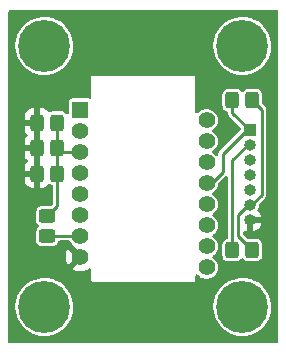
<source format=gbr>
G04 #@! TF.GenerationSoftware,KiCad,Pcbnew,(5.99.0-8366-gd64f1b3b25)*
G04 #@! TF.CreationDate,2021-01-13T01:42:34+02:00*
G04 #@! TF.ProjectId,board,626f6172-642e-46b6-9963-61645f706362,1.0.0*
G04 #@! TF.SameCoordinates,Original*
G04 #@! TF.FileFunction,Copper,L1,Top*
G04 #@! TF.FilePolarity,Positive*
%FSLAX46Y46*%
G04 Gerber Fmt 4.6, Leading zero omitted, Abs format (unit mm)*
G04 Created by KiCad (PCBNEW (5.99.0-8366-gd64f1b3b25)) date 2021-01-13 01:42:34*
%MOMM*%
%LPD*%
G01*
G04 APERTURE LIST*
G04 Aperture macros list*
%AMRoundRect*
0 Rectangle with rounded corners*
0 $1 Rounding radius*
0 $2 $3 $4 $5 $6 $7 $8 $9 X,Y pos of 4 corners*
0 Add a 4 corners polygon primitive as box body*
4,1,4,$2,$3,$4,$5,$6,$7,$8,$9,$2,$3,0*
0 Add four circle primitives for the rounded corners*
1,1,$1+$1,$2,$3*
1,1,$1+$1,$4,$5*
1,1,$1+$1,$6,$7*
1,1,$1+$1,$8,$9*
0 Add four rect primitives between the rounded corners*
20,1,$1+$1,$2,$3,$4,$5,0*
20,1,$1+$1,$4,$5,$6,$7,0*
20,1,$1+$1,$6,$7,$8,$9,0*
20,1,$1+$1,$8,$9,$2,$3,0*%
G04 Aperture macros list end*
G04 #@! TA.AperFunction,SMDPad,CuDef*
%ADD10RoundRect,0.250000X-0.325000X-0.450000X0.325000X-0.450000X0.325000X0.450000X-0.325000X0.450000X0*%
G04 #@! TD*
G04 #@! TA.AperFunction,SMDPad,CuDef*
%ADD11RoundRect,0.250000X0.325000X0.450000X-0.325000X0.450000X-0.325000X-0.450000X0.325000X-0.450000X0*%
G04 #@! TD*
G04 #@! TA.AperFunction,SMDPad,CuDef*
%ADD12RoundRect,0.250000X-0.450000X0.325000X-0.450000X-0.325000X0.450000X-0.325000X0.450000X0.325000X0*%
G04 #@! TD*
G04 #@! TA.AperFunction,ComponentPad*
%ADD13C,0.700000*%
G04 #@! TD*
G04 #@! TA.AperFunction,ComponentPad*
%ADD14C,4.400000*%
G04 #@! TD*
G04 #@! TA.AperFunction,ComponentPad*
%ADD15R,1.000000X1.000000*%
G04 #@! TD*
G04 #@! TA.AperFunction,ComponentPad*
%ADD16O,1.000000X1.000000*%
G04 #@! TD*
G04 #@! TA.AperFunction,ComponentPad*
%ADD17R,1.400000X1.400000*%
G04 #@! TD*
G04 #@! TA.AperFunction,ComponentPad*
%ADD18C,1.400000*%
G04 #@! TD*
G04 #@! TA.AperFunction,Conductor*
%ADD19C,0.254000*%
G04 #@! TD*
G04 APERTURE END LIST*
D10*
X135294000Y-54864000D03*
X136994000Y-54864000D03*
D11*
X120484000Y-61087000D03*
X118784000Y-61087000D03*
X120484000Y-58928000D03*
X118784000Y-58928000D03*
D12*
X119634000Y-64682000D03*
X119634000Y-66382000D03*
D10*
X118784000Y-56769000D03*
X120484000Y-56769000D03*
X135294000Y-67564000D03*
X136994000Y-67564000D03*
D13*
X118213274Y-71223274D03*
X119380000Y-74040000D03*
X120546726Y-71223274D03*
X118213274Y-73556726D03*
X117730000Y-72390000D03*
X121030000Y-72390000D03*
D14*
X119380000Y-72390000D03*
D13*
X119380000Y-70740000D03*
X120546726Y-73556726D03*
X136144000Y-74040000D03*
D14*
X136144000Y-72390000D03*
D13*
X136144000Y-70740000D03*
X137310726Y-71223274D03*
X134977274Y-73556726D03*
X134977274Y-71223274D03*
X134494000Y-72390000D03*
X137794000Y-72390000D03*
X137310726Y-73556726D03*
D15*
X136779000Y-57404000D03*
D16*
X136779000Y-58674000D03*
X136779000Y-59944000D03*
X136779000Y-61214000D03*
X136779000Y-62484000D03*
X136779000Y-63754000D03*
X136779000Y-65024000D03*
D13*
X121030000Y-50292000D03*
X119380000Y-51942000D03*
X118213274Y-49125274D03*
X117730000Y-50292000D03*
X120546726Y-51458726D03*
X118213274Y-51458726D03*
D14*
X119380000Y-50292000D03*
D13*
X120546726Y-49125274D03*
X119380000Y-48642000D03*
D17*
X122412000Y-55681000D03*
D18*
X122412000Y-57461000D03*
X122412000Y-59241000D03*
X122412000Y-61021000D03*
X122412000Y-62801000D03*
X122412000Y-64581000D03*
X122412000Y-66361000D03*
X122412000Y-68141000D03*
X133112000Y-69031000D03*
X133112000Y-67251000D03*
X133112000Y-65471000D03*
X133112000Y-63691000D03*
X133112000Y-61911000D03*
X133112000Y-60131000D03*
X133112000Y-58351000D03*
X133112000Y-56571000D03*
D13*
X136144000Y-51942000D03*
X134494000Y-50292000D03*
X137794000Y-50292000D03*
X137310726Y-51458726D03*
D14*
X136144000Y-50292000D03*
D13*
X136144000Y-48642000D03*
X137310726Y-49125274D03*
X134977274Y-51458726D03*
X134977274Y-49125274D03*
D19*
X122412000Y-66361000D02*
X119655000Y-66361000D01*
X119655000Y-66361000D02*
X119634000Y-66382000D01*
X120484000Y-56769000D02*
X120484000Y-58928000D01*
X120484000Y-61087000D02*
X120484000Y-63832000D01*
X122412000Y-59241000D02*
X120797000Y-59241000D01*
X120484000Y-61087000D02*
X120484000Y-58928000D01*
X120797000Y-59241000D02*
X120484000Y-58928000D01*
X120484000Y-63832000D02*
X119634000Y-64682000D01*
X136588500Y-58674000D02*
X135294000Y-59968500D01*
X136779000Y-58674000D02*
X136588500Y-58674000D01*
X135294000Y-59968500D02*
X135294000Y-67564000D01*
X133542000Y-61911000D02*
X133112000Y-61911000D01*
X136525000Y-57404000D02*
X134493000Y-59436000D01*
X135294000Y-54864000D02*
X135294000Y-55919000D01*
X135294000Y-55919000D02*
X136779000Y-57404000D01*
X136779000Y-57404000D02*
X136525000Y-57404000D01*
X134493000Y-60960000D02*
X133542000Y-61911000D01*
X134493000Y-59436000D02*
X134493000Y-60960000D01*
X136779000Y-63754000D02*
X136620250Y-63754000D01*
X136994000Y-54864000D02*
X137795000Y-55665000D01*
X137795000Y-62865000D02*
X136906000Y-63754000D01*
X136620250Y-63754000D02*
X135802020Y-64572230D01*
X136906000Y-63754000D02*
X136779000Y-63754000D01*
X137795000Y-55665000D02*
X137795000Y-62865000D01*
X135802020Y-66372020D02*
X136994000Y-67564000D01*
X135802020Y-64572230D02*
X135802020Y-66372020D01*
G04 #@! TA.AperFunction,Conductor*
G36*
X139134121Y-47264002D02*
G01*
X139180614Y-47317658D01*
X139192000Y-47370000D01*
X139192000Y-75312000D01*
X139171998Y-75380121D01*
X139118342Y-75426614D01*
X139066000Y-75438000D01*
X116458000Y-75438000D01*
X116389879Y-75417998D01*
X116343386Y-75364342D01*
X116332000Y-75312000D01*
X116332000Y-72497282D01*
X116922841Y-72497282D01*
X116956389Y-72808630D01*
X117029227Y-73113192D01*
X117140174Y-73406030D01*
X117287430Y-73682398D01*
X117468610Y-73937814D01*
X117680775Y-74168138D01*
X117920486Y-74369636D01*
X117923860Y-74371806D01*
X117923861Y-74371807D01*
X118180489Y-74536876D01*
X118183858Y-74539043D01*
X118352025Y-74619074D01*
X118462551Y-74671674D01*
X118466621Y-74673611D01*
X118764190Y-74771159D01*
X118768116Y-74771912D01*
X118768122Y-74771913D01*
X118910077Y-74799120D01*
X119071743Y-74830106D01*
X119075742Y-74830354D01*
X119075749Y-74830355D01*
X119380279Y-74849247D01*
X119384293Y-74849496D01*
X119696773Y-74829015D01*
X119700712Y-74828246D01*
X119700718Y-74828245D01*
X120000183Y-74769764D01*
X120000191Y-74769762D01*
X120004118Y-74768995D01*
X120301345Y-74670409D01*
X120583636Y-74534854D01*
X120846415Y-74364530D01*
X121085422Y-74162195D01*
X121211638Y-74024213D01*
X121294070Y-73934097D01*
X121294071Y-73934095D01*
X121296782Y-73931132D01*
X121477068Y-73675085D01*
X121623359Y-73398206D01*
X121733283Y-73104982D01*
X121805057Y-72800168D01*
X121836625Y-72497282D01*
X133686841Y-72497282D01*
X133720389Y-72808630D01*
X133793227Y-73113192D01*
X133904174Y-73406030D01*
X134051430Y-73682398D01*
X134232610Y-73937814D01*
X134444775Y-74168138D01*
X134684486Y-74369636D01*
X134687860Y-74371806D01*
X134687861Y-74371807D01*
X134944489Y-74536876D01*
X134947858Y-74539043D01*
X135116025Y-74619074D01*
X135226551Y-74671674D01*
X135230621Y-74673611D01*
X135528190Y-74771159D01*
X135532116Y-74771912D01*
X135532122Y-74771913D01*
X135674077Y-74799120D01*
X135835743Y-74830106D01*
X135839742Y-74830354D01*
X135839749Y-74830355D01*
X136144279Y-74849247D01*
X136148293Y-74849496D01*
X136460773Y-74829015D01*
X136464712Y-74828246D01*
X136464718Y-74828245D01*
X136764183Y-74769764D01*
X136764191Y-74769762D01*
X136768118Y-74768995D01*
X137065345Y-74670409D01*
X137347636Y-74534854D01*
X137610415Y-74364530D01*
X137849422Y-74162195D01*
X137975638Y-74024213D01*
X138058070Y-73934097D01*
X138058071Y-73934095D01*
X138060782Y-73931132D01*
X138241068Y-73675085D01*
X138387359Y-73398206D01*
X138497283Y-73104982D01*
X138569057Y-72800168D01*
X138601519Y-72488704D01*
X138603500Y-72390000D01*
X138590371Y-72184194D01*
X138583820Y-72081494D01*
X138583819Y-72081490D01*
X138583564Y-72077485D01*
X138524081Y-71770035D01*
X138426013Y-71472637D01*
X138338030Y-71288589D01*
X138292688Y-71193740D01*
X138292686Y-71193737D01*
X138290952Y-71190109D01*
X138179916Y-71018144D01*
X138123260Y-70930399D01*
X138123255Y-70930393D01*
X138121086Y-70927033D01*
X137919169Y-70687674D01*
X137766954Y-70547950D01*
X137691433Y-70478626D01*
X137691431Y-70478624D01*
X137688475Y-70475911D01*
X137432743Y-70295178D01*
X137156120Y-70148404D01*
X137152363Y-70146988D01*
X136866849Y-70039385D01*
X136866843Y-70039383D01*
X136863088Y-70037968D01*
X136801710Y-70023402D01*
X136562316Y-69966591D01*
X136562311Y-69966590D01*
X136558400Y-69965662D01*
X136246993Y-69932657D01*
X136242992Y-69932744D01*
X136242985Y-69932744D01*
X135937934Y-69939401D01*
X135937929Y-69939401D01*
X135933917Y-69939489D01*
X135929946Y-69940086D01*
X135628217Y-69985449D01*
X135628215Y-69985449D01*
X135624247Y-69986046D01*
X135620389Y-69987141D01*
X135620386Y-69987142D01*
X135613828Y-69989004D01*
X135323002Y-70071573D01*
X135035067Y-70194685D01*
X135031613Y-70196715D01*
X135031606Y-70196719D01*
X134878396Y-70286787D01*
X134765108Y-70353386D01*
X134517503Y-70545102D01*
X134296266Y-70766726D01*
X134293812Y-70769907D01*
X134293811Y-70769908D01*
X134172590Y-70927033D01*
X134104982Y-71014665D01*
X134102945Y-71018144D01*
X134004232Y-71186734D01*
X133946753Y-71284900D01*
X133824144Y-71573050D01*
X133739142Y-71874443D01*
X133693126Y-72184194D01*
X133693046Y-72188203D01*
X133693045Y-72188209D01*
X133688942Y-72392639D01*
X133686841Y-72497282D01*
X121836625Y-72497282D01*
X121837519Y-72488704D01*
X121839500Y-72390000D01*
X121826371Y-72184194D01*
X121819820Y-72081494D01*
X121819819Y-72081490D01*
X121819564Y-72077485D01*
X121760081Y-71770035D01*
X121662013Y-71472637D01*
X121574030Y-71288589D01*
X121528688Y-71193740D01*
X121528686Y-71193737D01*
X121526952Y-71190109D01*
X121415916Y-71018144D01*
X121359260Y-70930399D01*
X121359255Y-70930393D01*
X121357086Y-70927033D01*
X121155169Y-70687674D01*
X121002954Y-70547950D01*
X120927433Y-70478626D01*
X120927431Y-70478624D01*
X120924475Y-70475911D01*
X120668743Y-70295178D01*
X120392120Y-70148404D01*
X120388363Y-70146988D01*
X120102849Y-70039385D01*
X120102843Y-70039383D01*
X120099088Y-70037968D01*
X120037710Y-70023402D01*
X119798316Y-69966591D01*
X119798311Y-69966590D01*
X119794400Y-69965662D01*
X119482993Y-69932657D01*
X119478992Y-69932744D01*
X119478985Y-69932744D01*
X119173934Y-69939401D01*
X119173929Y-69939401D01*
X119169917Y-69939489D01*
X119165946Y-69940086D01*
X118864217Y-69985449D01*
X118864215Y-69985449D01*
X118860247Y-69986046D01*
X118856389Y-69987141D01*
X118856386Y-69987142D01*
X118849828Y-69989004D01*
X118559002Y-70071573D01*
X118271067Y-70194685D01*
X118267613Y-70196715D01*
X118267606Y-70196719D01*
X118114396Y-70286787D01*
X118001108Y-70353386D01*
X117753503Y-70545102D01*
X117532266Y-70766726D01*
X117529812Y-70769907D01*
X117529811Y-70769908D01*
X117408590Y-70927033D01*
X117340982Y-71014665D01*
X117338945Y-71018144D01*
X117240232Y-71186734D01*
X117182753Y-71284900D01*
X117060144Y-71573050D01*
X116975142Y-71874443D01*
X116929126Y-72184194D01*
X116929046Y-72188203D01*
X116929045Y-72188209D01*
X116924942Y-72392639D01*
X116922841Y-72497282D01*
X116332000Y-72497282D01*
X116332000Y-68211559D01*
X121201541Y-68211559D01*
X121202243Y-68222711D01*
X121233165Y-68424795D01*
X121235831Y-68435648D01*
X121302050Y-68629060D01*
X121306601Y-68639280D01*
X121386435Y-68782714D01*
X121396487Y-68792605D01*
X121404091Y-68789699D01*
X122039978Y-68153812D01*
X122047592Y-68139868D01*
X122047461Y-68138035D01*
X122043210Y-68131420D01*
X121409897Y-67498107D01*
X121397517Y-67491347D01*
X121389545Y-67497315D01*
X121334194Y-67585551D01*
X121329114Y-67595521D01*
X121252864Y-67785198D01*
X121249633Y-67795898D01*
X121208177Y-67996084D01*
X121206892Y-68007191D01*
X121201541Y-68211559D01*
X116332000Y-68211559D01*
X116332000Y-64289712D01*
X118679500Y-64289712D01*
X118679500Y-65041914D01*
X118694979Y-65150000D01*
X118698696Y-65158176D01*
X118698697Y-65158178D01*
X118716586Y-65197522D01*
X118754771Y-65281504D01*
X118849067Y-65390941D01*
X118899951Y-65423922D01*
X118946232Y-65477755D01*
X118956063Y-65548068D01*
X118926319Y-65612533D01*
X118909125Y-65627341D01*
X118909496Y-65627771D01*
X118800059Y-65722067D01*
X118721487Y-65843289D01*
X118680096Y-65981691D01*
X118679500Y-65989712D01*
X118679500Y-66741914D01*
X118683982Y-66773208D01*
X118693475Y-66839496D01*
X118694979Y-66850000D01*
X118698696Y-66858176D01*
X118698697Y-66858178D01*
X118714417Y-66892751D01*
X118754771Y-66981504D01*
X118849067Y-67090941D01*
X118970289Y-67169513D01*
X119011565Y-67181857D01*
X119102150Y-67208948D01*
X119102152Y-67208948D01*
X119108691Y-67210904D01*
X119116712Y-67211500D01*
X120118914Y-67211500D01*
X120161403Y-67205415D01*
X120218107Y-67197295D01*
X120218110Y-67197294D01*
X120227000Y-67196021D01*
X120235176Y-67192304D01*
X120235178Y-67192303D01*
X120285301Y-67169513D01*
X120358504Y-67136229D01*
X120467941Y-67041933D01*
X120546513Y-66920711D01*
X120572924Y-66832397D01*
X120611605Y-66772865D01*
X120676333Y-66743694D01*
X120693641Y-66742500D01*
X121453513Y-66742500D01*
X121521634Y-66762502D01*
X121563952Y-66812688D01*
X121565615Y-66811774D01*
X121568689Y-66817366D01*
X121571184Y-66823243D01*
X121681304Y-66982871D01*
X121685908Y-66987286D01*
X121720371Y-67020335D01*
X121755694Y-67081921D01*
X121758938Y-67118776D01*
X121758713Y-67122555D01*
X121766094Y-67135884D01*
X122682115Y-68051905D01*
X122716141Y-68114217D01*
X122711076Y-68185032D01*
X122682115Y-68230095D01*
X121768300Y-69143910D01*
X121761540Y-69156290D01*
X121766821Y-69163344D01*
X121890683Y-69235723D01*
X121900801Y-69240484D01*
X122092788Y-69310742D01*
X122103573Y-69313632D01*
X122304975Y-69348782D01*
X122316109Y-69349717D01*
X122520538Y-69348646D01*
X122531673Y-69347594D01*
X122732680Y-69310339D01*
X122743451Y-69307332D01*
X122934689Y-69235069D01*
X122944749Y-69230206D01*
X123120173Y-69125217D01*
X123129209Y-69118653D01*
X123153171Y-69097749D01*
X123217653Y-69068041D01*
X123287960Y-69077911D01*
X123341770Y-69124225D01*
X123362000Y-69192698D01*
X123362000Y-70176388D01*
X123362139Y-70176816D01*
X123362139Y-70193447D01*
X123371914Y-70206901D01*
X123371579Y-70207144D01*
X123372169Y-70207685D01*
X123377053Y-70222717D01*
X123389339Y-70231643D01*
X123389340Y-70231644D01*
X123390508Y-70232492D01*
X123390265Y-70232827D01*
X123390993Y-70233160D01*
X123400283Y-70245947D01*
X123414726Y-70250640D01*
X123416099Y-70251086D01*
X123415972Y-70251477D01*
X123416762Y-70251568D01*
X123429553Y-70260861D01*
X123445734Y-70260861D01*
X123446328Y-70260908D01*
X123446612Y-70261000D01*
X132077388Y-70261000D01*
X132077816Y-70260861D01*
X132094447Y-70260861D01*
X132107901Y-70251086D01*
X132108144Y-70251421D01*
X132108685Y-70250831D01*
X132123717Y-70245947D01*
X132132643Y-70233661D01*
X132132644Y-70233660D01*
X132133492Y-70232492D01*
X132133827Y-70232735D01*
X132134160Y-70232007D01*
X132146947Y-70222717D01*
X132152086Y-70206901D01*
X132152477Y-70207028D01*
X132152568Y-70206238D01*
X132161861Y-70193447D01*
X132161861Y-70177266D01*
X132161908Y-70176672D01*
X132162000Y-70176388D01*
X132162000Y-69736652D01*
X132182002Y-69668531D01*
X132235658Y-69622038D01*
X132305932Y-69611934D01*
X132370512Y-69641428D01*
X132380045Y-69651046D01*
X132381304Y-69652871D01*
X132521273Y-69787096D01*
X132592272Y-69831806D01*
X132679965Y-69887030D01*
X132679969Y-69887032D01*
X132685373Y-69890435D01*
X132866900Y-69958667D01*
X132873204Y-69959665D01*
X132873206Y-69959666D01*
X132962669Y-69973835D01*
X133058439Y-69989004D01*
X133252167Y-69980207D01*
X133258352Y-69978642D01*
X133433980Y-69934201D01*
X133433982Y-69934200D01*
X133440168Y-69932635D01*
X133527463Y-69890435D01*
X133609016Y-69851011D01*
X133609018Y-69851010D01*
X133614764Y-69848232D01*
X133619833Y-69844356D01*
X133619837Y-69844354D01*
X133709307Y-69775949D01*
X133768823Y-69730445D01*
X133846205Y-69641428D01*
X133891863Y-69588905D01*
X133891864Y-69588903D01*
X133896051Y-69584087D01*
X133991250Y-69415135D01*
X134050533Y-69230491D01*
X134071477Y-69037699D01*
X134071500Y-69031000D01*
X134051902Y-68838066D01*
X133993910Y-68653013D01*
X133899893Y-68483400D01*
X133773690Y-68336157D01*
X133650131Y-68240314D01*
X133608564Y-68182758D01*
X133604713Y-68111866D01*
X133639801Y-68050146D01*
X133650828Y-68040659D01*
X133694602Y-68007191D01*
X133768823Y-67950445D01*
X133846205Y-67861428D01*
X133891863Y-67808905D01*
X133891864Y-67808903D01*
X133896051Y-67804087D01*
X133991250Y-67635135D01*
X134050533Y-67450491D01*
X134071477Y-67257699D01*
X134071500Y-67251000D01*
X134067229Y-67208948D01*
X134052547Y-67064415D01*
X134052547Y-67064414D01*
X134051902Y-67058066D01*
X133993910Y-66873013D01*
X133899893Y-66703400D01*
X133773690Y-66556157D01*
X133650131Y-66460314D01*
X133608564Y-66402758D01*
X133604713Y-66331866D01*
X133639801Y-66270146D01*
X133650828Y-66260659D01*
X133690283Y-66230493D01*
X133768823Y-66170445D01*
X133846205Y-66081428D01*
X133891863Y-66028905D01*
X133891864Y-66028903D01*
X133896051Y-66024087D01*
X133991250Y-65855135D01*
X134050533Y-65670491D01*
X134071477Y-65477699D01*
X134071500Y-65471000D01*
X134066056Y-65417400D01*
X134052547Y-65284415D01*
X134052547Y-65284414D01*
X134051902Y-65278066D01*
X133993910Y-65093013D01*
X133899893Y-64923400D01*
X133773690Y-64776157D01*
X133650131Y-64680314D01*
X133608564Y-64622758D01*
X133604713Y-64551866D01*
X133639801Y-64490146D01*
X133650828Y-64480659D01*
X133690283Y-64450493D01*
X133768823Y-64390445D01*
X133860473Y-64285015D01*
X133891863Y-64248905D01*
X133891864Y-64248903D01*
X133896051Y-64244087D01*
X133991250Y-64075135D01*
X134050533Y-63890491D01*
X134071477Y-63697699D01*
X134071500Y-63691000D01*
X134068486Y-63661322D01*
X134052547Y-63504415D01*
X134052547Y-63504414D01*
X134051902Y-63498066D01*
X133993910Y-63313013D01*
X133899893Y-63143400D01*
X133773690Y-62996157D01*
X133650131Y-62900314D01*
X133608564Y-62842758D01*
X133604713Y-62771866D01*
X133639801Y-62710146D01*
X133650828Y-62700659D01*
X133690283Y-62670493D01*
X133768823Y-62610445D01*
X133860473Y-62505015D01*
X133891863Y-62468905D01*
X133891864Y-62468903D01*
X133896051Y-62464087D01*
X133991250Y-62295135D01*
X134050533Y-62110491D01*
X134066277Y-61965565D01*
X134093519Y-61900003D01*
X134102445Y-61890078D01*
X134697405Y-61295118D01*
X134759717Y-61261092D01*
X134830532Y-61266157D01*
X134887368Y-61308704D01*
X134912179Y-61375224D01*
X134912500Y-61384213D01*
X134912500Y-66506579D01*
X134892498Y-66574700D01*
X134838842Y-66621193D01*
X134830346Y-66624357D01*
X134826000Y-66624979D01*
X134694496Y-66684771D01*
X134585059Y-66779067D01*
X134506487Y-66900289D01*
X134483299Y-66977825D01*
X134470586Y-67020335D01*
X134465096Y-67038691D01*
X134464500Y-67046712D01*
X134464500Y-68048914D01*
X134469136Y-68081288D01*
X134477526Y-68139868D01*
X134479979Y-68157000D01*
X134483696Y-68165176D01*
X134483697Y-68165178D01*
X134504589Y-68211126D01*
X134539771Y-68288504D01*
X134634067Y-68397941D01*
X134755289Y-68476513D01*
X134831494Y-68499303D01*
X134887150Y-68515948D01*
X134887152Y-68515948D01*
X134893691Y-68517904D01*
X134901712Y-68518500D01*
X135653914Y-68518500D01*
X135696403Y-68512415D01*
X135753107Y-68504295D01*
X135753110Y-68504294D01*
X135762000Y-68503021D01*
X135770176Y-68499304D01*
X135770178Y-68499303D01*
X135820301Y-68476513D01*
X135893504Y-68443229D01*
X136002941Y-68348933D01*
X136035922Y-68298049D01*
X136089755Y-68251768D01*
X136160068Y-68241937D01*
X136224533Y-68271681D01*
X136239341Y-68288875D01*
X136239771Y-68288504D01*
X136334067Y-68397941D01*
X136455289Y-68476513D01*
X136531494Y-68499303D01*
X136587150Y-68515948D01*
X136587152Y-68515948D01*
X136593691Y-68517904D01*
X136601712Y-68518500D01*
X137353914Y-68518500D01*
X137396403Y-68512415D01*
X137453107Y-68504295D01*
X137453110Y-68504294D01*
X137462000Y-68503021D01*
X137470176Y-68499304D01*
X137470178Y-68499303D01*
X137520301Y-68476513D01*
X137593504Y-68443229D01*
X137702941Y-68348933D01*
X137781513Y-68227711D01*
X137822904Y-68089309D01*
X137823500Y-68081288D01*
X137823500Y-67079086D01*
X137811403Y-66994613D01*
X137809295Y-66979893D01*
X137809294Y-66979890D01*
X137808021Y-66971000D01*
X137748229Y-66839496D01*
X137738754Y-66828499D01*
X137698954Y-66782309D01*
X137653933Y-66730059D01*
X137532711Y-66651487D01*
X137426279Y-66619657D01*
X137400850Y-66612052D01*
X137400848Y-66612052D01*
X137394309Y-66610096D01*
X137386288Y-66609500D01*
X136634086Y-66609500D01*
X136634086Y-66608007D01*
X136570985Y-66594260D01*
X136542308Y-66572786D01*
X136220424Y-66250901D01*
X136186399Y-66188589D01*
X136183520Y-66161806D01*
X136183520Y-66060890D01*
X136203522Y-65992769D01*
X136257178Y-65946276D01*
X136327452Y-65936172D01*
X136361963Y-65947850D01*
X136362421Y-65946802D01*
X136379306Y-65954179D01*
X136507769Y-65995919D01*
X136521867Y-65996322D01*
X136525000Y-65989950D01*
X136525000Y-65291548D01*
X137033000Y-65291548D01*
X137033000Y-65981691D01*
X137036973Y-65995222D01*
X137045188Y-65996403D01*
X137139390Y-65970101D01*
X137150823Y-65965667D01*
X137316293Y-65882082D01*
X137326652Y-65875508D01*
X137472729Y-65761380D01*
X137481611Y-65752922D01*
X137602739Y-65612594D01*
X137609813Y-65602566D01*
X137701377Y-65441385D01*
X137706367Y-65430176D01*
X137751272Y-65295187D01*
X137751773Y-65281096D01*
X137745585Y-65278000D01*
X137051115Y-65278000D01*
X137035876Y-65282475D01*
X137034671Y-65283865D01*
X137033000Y-65291548D01*
X136525000Y-65291548D01*
X136525000Y-64896000D01*
X136545002Y-64827879D01*
X136598658Y-64781386D01*
X136651000Y-64770000D01*
X137737311Y-64770000D01*
X137750842Y-64766027D01*
X137751934Y-64758433D01*
X137717345Y-64643871D01*
X137712672Y-64632536D01*
X137625643Y-64468856D01*
X137618856Y-64458640D01*
X137501684Y-64314975D01*
X137493055Y-64306285D01*
X137467869Y-64285449D01*
X137428131Y-64226615D01*
X137426509Y-64155637D01*
X137443911Y-64117633D01*
X137448575Y-64110757D01*
X137452685Y-64104698D01*
X137463945Y-64075135D01*
X137502184Y-63974732D01*
X137515294Y-63940311D01*
X137521998Y-63889733D01*
X137537894Y-63769794D01*
X137537894Y-63769792D01*
X137538406Y-63765930D01*
X137538500Y-63754000D01*
X137535853Y-63731299D01*
X137547831Y-63661322D01*
X137571910Y-63627613D01*
X138027393Y-63172130D01*
X138043566Y-63159068D01*
X138046371Y-63156515D01*
X138055119Y-63150867D01*
X138061564Y-63142692D01*
X138061566Y-63142690D01*
X138074596Y-63126161D01*
X138079010Y-63121194D01*
X138078969Y-63121159D01*
X138082328Y-63117195D01*
X138086003Y-63113520D01*
X138091159Y-63106306D01*
X138098242Y-63096394D01*
X138101805Y-63091648D01*
X138127246Y-63059377D01*
X138127248Y-63059374D01*
X138133693Y-63051198D01*
X138136741Y-63042518D01*
X138142088Y-63035036D01*
X138156845Y-62985692D01*
X138158680Y-62980044D01*
X138173119Y-62938930D01*
X138173120Y-62938926D01*
X138175745Y-62931451D01*
X138176500Y-62922733D01*
X138176500Y-62919992D01*
X138176501Y-62919967D01*
X138178453Y-62913441D01*
X138176597Y-62866205D01*
X138176500Y-62861259D01*
X138176500Y-55717845D01*
X138178700Y-55697172D01*
X138178878Y-55693387D01*
X138181070Y-55683207D01*
X138177373Y-55651968D01*
X138176982Y-55645337D01*
X138176928Y-55645341D01*
X138176500Y-55640165D01*
X138176500Y-55634960D01*
X138173046Y-55614206D01*
X138172209Y-55608330D01*
X138167378Y-55567510D01*
X138167378Y-55567509D01*
X138166154Y-55557170D01*
X138162172Y-55548877D01*
X138160662Y-55539806D01*
X138155719Y-55530645D01*
X138155718Y-55530642D01*
X138136202Y-55494474D01*
X138133525Y-55489221D01*
X138111215Y-55442761D01*
X138105585Y-55436062D01*
X138103649Y-55434126D01*
X138103629Y-55434104D01*
X138100395Y-55428111D01*
X138065678Y-55396019D01*
X138062113Y-55392590D01*
X137860405Y-55190882D01*
X137826379Y-55128570D01*
X137823500Y-55101787D01*
X137823500Y-54379086D01*
X137808021Y-54271000D01*
X137748229Y-54139496D01*
X137653933Y-54030059D01*
X137532711Y-53951487D01*
X137435793Y-53922502D01*
X137400850Y-53912052D01*
X137400848Y-53912052D01*
X137394309Y-53910096D01*
X137386288Y-53909500D01*
X136634086Y-53909500D01*
X136591597Y-53915585D01*
X136534893Y-53923705D01*
X136534890Y-53923706D01*
X136526000Y-53924979D01*
X136517824Y-53928696D01*
X136517822Y-53928697D01*
X136473358Y-53948914D01*
X136394496Y-53984771D01*
X136285059Y-54079067D01*
X136252078Y-54129951D01*
X136198245Y-54176232D01*
X136127932Y-54186063D01*
X136063467Y-54156319D01*
X136048659Y-54139125D01*
X136048229Y-54139496D01*
X136002648Y-54086596D01*
X135953933Y-54030059D01*
X135832711Y-53951487D01*
X135735793Y-53922502D01*
X135700850Y-53912052D01*
X135700848Y-53912052D01*
X135694309Y-53910096D01*
X135686288Y-53909500D01*
X134934086Y-53909500D01*
X134891597Y-53915585D01*
X134834893Y-53923705D01*
X134834890Y-53923706D01*
X134826000Y-53924979D01*
X134817824Y-53928696D01*
X134817822Y-53928697D01*
X134773358Y-53948914D01*
X134694496Y-53984771D01*
X134585059Y-54079067D01*
X134506487Y-54200289D01*
X134465096Y-54338691D01*
X134464500Y-54346712D01*
X134464500Y-55348914D01*
X134465136Y-55353353D01*
X134477940Y-55442761D01*
X134479979Y-55457000D01*
X134483696Y-55465176D01*
X134483697Y-55465178D01*
X134504589Y-55511126D01*
X134539771Y-55588504D01*
X134634067Y-55697941D01*
X134755289Y-55776513D01*
X134818985Y-55795562D01*
X134878518Y-55834243D01*
X134908010Y-55901470D01*
X134911627Y-55932031D01*
X134912018Y-55938663D01*
X134912072Y-55938659D01*
X134912500Y-55943835D01*
X134912500Y-55949040D01*
X134913355Y-55954176D01*
X134915954Y-55969794D01*
X134916791Y-55975670D01*
X134922846Y-56026830D01*
X134926828Y-56035123D01*
X134928338Y-56044194D01*
X134933281Y-56053355D01*
X134933282Y-56053358D01*
X134952798Y-56089526D01*
X134955475Y-56094779D01*
X134977785Y-56141239D01*
X134983415Y-56147938D01*
X134985351Y-56149874D01*
X134985371Y-56149896D01*
X134988605Y-56155889D01*
X135022720Y-56187424D01*
X135023321Y-56187980D01*
X135026887Y-56191410D01*
X135982595Y-57147118D01*
X136016621Y-57209430D01*
X136019500Y-57236213D01*
X136019500Y-57317787D01*
X135999498Y-57385908D01*
X135982595Y-57406882D01*
X134260607Y-59128870D01*
X134244434Y-59141932D01*
X134241629Y-59144485D01*
X134232881Y-59150133D01*
X134226436Y-59158308D01*
X134226434Y-59158310D01*
X134213404Y-59174839D01*
X134208991Y-59179805D01*
X134209032Y-59179840D01*
X134205674Y-59183803D01*
X134201997Y-59187480D01*
X134189742Y-59204630D01*
X134186203Y-59209343D01*
X134154307Y-59249802D01*
X134151260Y-59258480D01*
X134145912Y-59265963D01*
X134142928Y-59275941D01*
X134142926Y-59275945D01*
X134131155Y-59315306D01*
X134129320Y-59320954D01*
X134119864Y-59347882D01*
X134112255Y-59369549D01*
X134111500Y-59378267D01*
X134111500Y-59381008D01*
X134111499Y-59381032D01*
X134109547Y-59387559D01*
X134109956Y-59397965D01*
X134111403Y-59434794D01*
X134111500Y-59439741D01*
X134111500Y-59489664D01*
X134091498Y-59557785D01*
X134037842Y-59604278D01*
X133967568Y-59614382D01*
X133902988Y-59584888D01*
X133889832Y-59571662D01*
X133868099Y-59546306D01*
X133773690Y-59436157D01*
X133650131Y-59340314D01*
X133608564Y-59282758D01*
X133604713Y-59211866D01*
X133639801Y-59150146D01*
X133650828Y-59140659D01*
X133690283Y-59110493D01*
X133768823Y-59050445D01*
X133846205Y-58961428D01*
X133891863Y-58908905D01*
X133891864Y-58908903D01*
X133896051Y-58904087D01*
X133991250Y-58735135D01*
X134050533Y-58550491D01*
X134071477Y-58357699D01*
X134071500Y-58351000D01*
X134070048Y-58336700D01*
X134052547Y-58164415D01*
X134052547Y-58164414D01*
X134051902Y-58158066D01*
X133993910Y-57973013D01*
X133899893Y-57803400D01*
X133773690Y-57656157D01*
X133650131Y-57560314D01*
X133608564Y-57502758D01*
X133604713Y-57431866D01*
X133639801Y-57370146D01*
X133650828Y-57360659D01*
X133690283Y-57330493D01*
X133768823Y-57270445D01*
X133855378Y-57170876D01*
X133891863Y-57128905D01*
X133891864Y-57128903D01*
X133896051Y-57124087D01*
X133991250Y-56955135D01*
X134050533Y-56770491D01*
X134071477Y-56577699D01*
X134071500Y-56571000D01*
X134070501Y-56561160D01*
X134052547Y-56384415D01*
X134052547Y-56384414D01*
X134051902Y-56378066D01*
X133993910Y-56193013D01*
X133899893Y-56023400D01*
X133773690Y-55876157D01*
X133620458Y-55757298D01*
X133446455Y-55671678D01*
X133440277Y-55670069D01*
X133440275Y-55670068D01*
X133264972Y-55624405D01*
X133264969Y-55624405D01*
X133258790Y-55622795D01*
X133175491Y-55618430D01*
X133071510Y-55612980D01*
X133071506Y-55612980D01*
X133065129Y-55612646D01*
X132951541Y-55629824D01*
X132879696Y-55640689D01*
X132879695Y-55640689D01*
X132873382Y-55641644D01*
X132867393Y-55643847D01*
X132867391Y-55643848D01*
X132796128Y-55670068D01*
X132691383Y-55708607D01*
X132526566Y-55810798D01*
X132385663Y-55944043D01*
X132382906Y-55947980D01*
X132323729Y-55986170D01*
X132252732Y-55986306D01*
X132192933Y-55948036D01*
X132163317Y-55883512D01*
X132162000Y-55865342D01*
X132162000Y-52885612D01*
X132161861Y-52885184D01*
X132161861Y-52868553D01*
X132152086Y-52855099D01*
X132152421Y-52854856D01*
X132151831Y-52854315D01*
X132146947Y-52839283D01*
X132134661Y-52830357D01*
X132134660Y-52830356D01*
X132133492Y-52829508D01*
X132133735Y-52829173D01*
X132133007Y-52828840D01*
X132123717Y-52816053D01*
X132107901Y-52810914D01*
X132108028Y-52810523D01*
X132107238Y-52810432D01*
X132094447Y-52801139D01*
X132078266Y-52801139D01*
X132077672Y-52801092D01*
X132077388Y-52801000D01*
X123446612Y-52801000D01*
X123446184Y-52801139D01*
X123429553Y-52801139D01*
X123416099Y-52810914D01*
X123415856Y-52810579D01*
X123415315Y-52811169D01*
X123400283Y-52816053D01*
X123391357Y-52828339D01*
X123391356Y-52828340D01*
X123390508Y-52829508D01*
X123390173Y-52829265D01*
X123389840Y-52829993D01*
X123377053Y-52839283D01*
X123371914Y-52855099D01*
X123371523Y-52854972D01*
X123371432Y-52855762D01*
X123362139Y-52868553D01*
X123362139Y-52884734D01*
X123362092Y-52885328D01*
X123362000Y-52885612D01*
X123362000Y-54617721D01*
X123341998Y-54685842D01*
X123288342Y-54732335D01*
X123218068Y-54742439D01*
X123211433Y-54740613D01*
X123211306Y-54741253D01*
X123118068Y-54722707D01*
X123112000Y-54721500D01*
X121712000Y-54721500D01*
X121612694Y-54741253D01*
X121528506Y-54797506D01*
X121472253Y-54881694D01*
X121452500Y-54981000D01*
X121452500Y-55953913D01*
X121432498Y-56022034D01*
X121378842Y-56068527D01*
X121308568Y-56078631D01*
X121243988Y-56049137D01*
X121231046Y-56036160D01*
X121230153Y-56035123D01*
X121143933Y-55935059D01*
X121022711Y-55856487D01*
X120910815Y-55823023D01*
X120890850Y-55817052D01*
X120890848Y-55817052D01*
X120884309Y-55815096D01*
X120876288Y-55814500D01*
X120124086Y-55814500D01*
X120081597Y-55820585D01*
X120024893Y-55828705D01*
X120024890Y-55828706D01*
X120016000Y-55829979D01*
X120007824Y-55833696D01*
X120007822Y-55833697D01*
X119963358Y-55853914D01*
X119884496Y-55889771D01*
X119881531Y-55892326D01*
X119815813Y-55911464D01*
X119747737Y-55891311D01*
X119710720Y-55854548D01*
X119698357Y-55835691D01*
X119689035Y-55824542D01*
X119571371Y-55713078D01*
X119559724Y-55704365D01*
X119419571Y-55622957D01*
X119406246Y-55617163D01*
X119250300Y-55569932D01*
X119237677Y-55567484D01*
X119167816Y-55561249D01*
X119162221Y-55561000D01*
X119056115Y-55561000D01*
X119040876Y-55565475D01*
X119039671Y-55566865D01*
X119038000Y-55574548D01*
X119038000Y-62276885D01*
X119042475Y-62292124D01*
X119043865Y-62293329D01*
X119051548Y-62295000D01*
X119148223Y-62295000D01*
X119155524Y-62294576D01*
X119277255Y-62280383D01*
X119291410Y-62277037D01*
X119443761Y-62221737D01*
X119456760Y-62215227D01*
X119592306Y-62126359D01*
X119603458Y-62117035D01*
X119714922Y-61999371D01*
X119719507Y-61993242D01*
X119776328Y-61950676D01*
X119847142Y-61945587D01*
X119888933Y-61962985D01*
X119893938Y-61966229D01*
X119945289Y-61999513D01*
X119953891Y-62002085D01*
X119953894Y-62002087D01*
X120012602Y-62019644D01*
X120072136Y-62058326D01*
X120101306Y-62123053D01*
X120102500Y-62140361D01*
X120102500Y-63621787D01*
X120082498Y-63689908D01*
X120065595Y-63710882D01*
X119960882Y-63815595D01*
X119898570Y-63849621D01*
X119871787Y-63852500D01*
X119149086Y-63852500D01*
X119106597Y-63858585D01*
X119049893Y-63866705D01*
X119049890Y-63866706D01*
X119041000Y-63867979D01*
X119032824Y-63871696D01*
X119032822Y-63871697D01*
X119003604Y-63884982D01*
X118909496Y-63927771D01*
X118800059Y-64022067D01*
X118721487Y-64143289D01*
X118680096Y-64281691D01*
X118679500Y-64289712D01*
X116332000Y-64289712D01*
X116332000Y-61354548D01*
X117701000Y-61354548D01*
X117701000Y-61576223D01*
X117701424Y-61583524D01*
X117715617Y-61705255D01*
X117718963Y-61719410D01*
X117774263Y-61871761D01*
X117780773Y-61884760D01*
X117869641Y-62020306D01*
X117878965Y-62031458D01*
X117996629Y-62142922D01*
X118008276Y-62151635D01*
X118148429Y-62233043D01*
X118161754Y-62238837D01*
X118317700Y-62286068D01*
X118330323Y-62288516D01*
X118400184Y-62294751D01*
X118405779Y-62295000D01*
X118511885Y-62295000D01*
X118527124Y-62290525D01*
X118528329Y-62289135D01*
X118530000Y-62281452D01*
X118530000Y-61359115D01*
X118525525Y-61343876D01*
X118524135Y-61342671D01*
X118516452Y-61341000D01*
X117719115Y-61341000D01*
X117703876Y-61345475D01*
X117702671Y-61346865D01*
X117701000Y-61354548D01*
X116332000Y-61354548D01*
X116332000Y-59195548D01*
X117701000Y-59195548D01*
X117701000Y-59417223D01*
X117701424Y-59424524D01*
X117715617Y-59546255D01*
X117718963Y-59560410D01*
X117774263Y-59712761D01*
X117780773Y-59725760D01*
X117869641Y-59861306D01*
X117878968Y-59872462D01*
X117924712Y-59915795D01*
X117960411Y-59977164D01*
X117957264Y-60048090D01*
X117929533Y-60093921D01*
X117853078Y-60174629D01*
X117844365Y-60186276D01*
X117762957Y-60326429D01*
X117757163Y-60339754D01*
X117709932Y-60495700D01*
X117707484Y-60508323D01*
X117701249Y-60578184D01*
X117701000Y-60583779D01*
X117701000Y-60814885D01*
X117705475Y-60830124D01*
X117706865Y-60831329D01*
X117714548Y-60833000D01*
X118511885Y-60833000D01*
X118527124Y-60828525D01*
X118528329Y-60827135D01*
X118530000Y-60819452D01*
X118530000Y-59200115D01*
X118525525Y-59184876D01*
X118524135Y-59183671D01*
X118516452Y-59182000D01*
X117719115Y-59182000D01*
X117703876Y-59186475D01*
X117702671Y-59187865D01*
X117701000Y-59195548D01*
X116332000Y-59195548D01*
X116332000Y-57036548D01*
X117701000Y-57036548D01*
X117701000Y-57258223D01*
X117701424Y-57265524D01*
X117715617Y-57387255D01*
X117718963Y-57401410D01*
X117774263Y-57553761D01*
X117780773Y-57566760D01*
X117869641Y-57702306D01*
X117878968Y-57713462D01*
X117924712Y-57756795D01*
X117960411Y-57818164D01*
X117957264Y-57889090D01*
X117929533Y-57934921D01*
X117853078Y-58015629D01*
X117844365Y-58027276D01*
X117762957Y-58167429D01*
X117757163Y-58180754D01*
X117709932Y-58336700D01*
X117707484Y-58349323D01*
X117701249Y-58419184D01*
X117701000Y-58424779D01*
X117701000Y-58655885D01*
X117705475Y-58671124D01*
X117706865Y-58672329D01*
X117714548Y-58674000D01*
X118511885Y-58674000D01*
X118527124Y-58669525D01*
X118528329Y-58668135D01*
X118530000Y-58660452D01*
X118530000Y-57041115D01*
X118525525Y-57025876D01*
X118524135Y-57024671D01*
X118516452Y-57023000D01*
X117719115Y-57023000D01*
X117703876Y-57027475D01*
X117702671Y-57028865D01*
X117701000Y-57036548D01*
X116332000Y-57036548D01*
X116332000Y-56265779D01*
X117701000Y-56265779D01*
X117701000Y-56496885D01*
X117705475Y-56512124D01*
X117706865Y-56513329D01*
X117714548Y-56515000D01*
X118511885Y-56515000D01*
X118527124Y-56510525D01*
X118528329Y-56509135D01*
X118530000Y-56501452D01*
X118530000Y-55579115D01*
X118525525Y-55563876D01*
X118524135Y-55562671D01*
X118516452Y-55561000D01*
X118419777Y-55561000D01*
X118412476Y-55561424D01*
X118290745Y-55575617D01*
X118276590Y-55578963D01*
X118124239Y-55634263D01*
X118111240Y-55640773D01*
X117975694Y-55729641D01*
X117964542Y-55738965D01*
X117853078Y-55856629D01*
X117844365Y-55868276D01*
X117762957Y-56008429D01*
X117757163Y-56021754D01*
X117709932Y-56177700D01*
X117707484Y-56190323D01*
X117701249Y-56260184D01*
X117701000Y-56265779D01*
X116332000Y-56265779D01*
X116332000Y-50399282D01*
X116922841Y-50399282D01*
X116956389Y-50710630D01*
X117029227Y-51015192D01*
X117140174Y-51308030D01*
X117287430Y-51584398D01*
X117468610Y-51839814D01*
X117680775Y-52070138D01*
X117920486Y-52271636D01*
X117923860Y-52273806D01*
X117923861Y-52273807D01*
X118180489Y-52438876D01*
X118183858Y-52441043D01*
X118352025Y-52521074D01*
X118462551Y-52573674D01*
X118466621Y-52575611D01*
X118764190Y-52673159D01*
X118768116Y-52673912D01*
X118768122Y-52673913D01*
X118910077Y-52701120D01*
X119071743Y-52732106D01*
X119075742Y-52732354D01*
X119075749Y-52732355D01*
X119380279Y-52751247D01*
X119384293Y-52751496D01*
X119696773Y-52731015D01*
X119700712Y-52730246D01*
X119700718Y-52730245D01*
X120000183Y-52671764D01*
X120000191Y-52671762D01*
X120004118Y-52670995D01*
X120301345Y-52572409D01*
X120583636Y-52436854D01*
X120846415Y-52266530D01*
X121085422Y-52064195D01*
X121211638Y-51926213D01*
X121294070Y-51836097D01*
X121294071Y-51836095D01*
X121296782Y-51833132D01*
X121477068Y-51577085D01*
X121623359Y-51300206D01*
X121733283Y-51006982D01*
X121805057Y-50702168D01*
X121836625Y-50399282D01*
X133686841Y-50399282D01*
X133720389Y-50710630D01*
X133793227Y-51015192D01*
X133904174Y-51308030D01*
X134051430Y-51584398D01*
X134232610Y-51839814D01*
X134444775Y-52070138D01*
X134684486Y-52271636D01*
X134687860Y-52273806D01*
X134687861Y-52273807D01*
X134944489Y-52438876D01*
X134947858Y-52441043D01*
X135116025Y-52521074D01*
X135226551Y-52573674D01*
X135230621Y-52575611D01*
X135528190Y-52673159D01*
X135532116Y-52673912D01*
X135532122Y-52673913D01*
X135674077Y-52701120D01*
X135835743Y-52732106D01*
X135839742Y-52732354D01*
X135839749Y-52732355D01*
X136144279Y-52751247D01*
X136148293Y-52751496D01*
X136460773Y-52731015D01*
X136464712Y-52730246D01*
X136464718Y-52730245D01*
X136764183Y-52671764D01*
X136764191Y-52671762D01*
X136768118Y-52670995D01*
X137065345Y-52572409D01*
X137347636Y-52436854D01*
X137610415Y-52266530D01*
X137849422Y-52064195D01*
X137975638Y-51926213D01*
X138058070Y-51836097D01*
X138058071Y-51836095D01*
X138060782Y-51833132D01*
X138241068Y-51577085D01*
X138387359Y-51300206D01*
X138497283Y-51006982D01*
X138569057Y-50702168D01*
X138601519Y-50390704D01*
X138603500Y-50292000D01*
X138590371Y-50086194D01*
X138583820Y-49983494D01*
X138583819Y-49983490D01*
X138583564Y-49979485D01*
X138524081Y-49672035D01*
X138426013Y-49374637D01*
X138338030Y-49190589D01*
X138292688Y-49095740D01*
X138292686Y-49095737D01*
X138290952Y-49092109D01*
X138179916Y-48920144D01*
X138123260Y-48832399D01*
X138123255Y-48832393D01*
X138121086Y-48829033D01*
X137919169Y-48589674D01*
X137766954Y-48449950D01*
X137691433Y-48380626D01*
X137691431Y-48380624D01*
X137688475Y-48377911D01*
X137432743Y-48197178D01*
X137156120Y-48050404D01*
X137152363Y-48048988D01*
X136866849Y-47941385D01*
X136866843Y-47941383D01*
X136863088Y-47939968D01*
X136801710Y-47925402D01*
X136562316Y-47868591D01*
X136562311Y-47868590D01*
X136558400Y-47867662D01*
X136246993Y-47834657D01*
X136242992Y-47834744D01*
X136242985Y-47834744D01*
X135937934Y-47841401D01*
X135937929Y-47841401D01*
X135933917Y-47841489D01*
X135929946Y-47842086D01*
X135628217Y-47887449D01*
X135628215Y-47887449D01*
X135624247Y-47888046D01*
X135620389Y-47889141D01*
X135620386Y-47889142D01*
X135444638Y-47939039D01*
X135323002Y-47973573D01*
X135035067Y-48096685D01*
X135031613Y-48098715D01*
X135031606Y-48098719D01*
X134878396Y-48188787D01*
X134765108Y-48255386D01*
X134517503Y-48447102D01*
X134296266Y-48668726D01*
X134293812Y-48671907D01*
X134293811Y-48671908D01*
X134172590Y-48829033D01*
X134104982Y-48916665D01*
X134102945Y-48920144D01*
X134004232Y-49088734D01*
X133946753Y-49186900D01*
X133824144Y-49475050D01*
X133739142Y-49776443D01*
X133693126Y-50086194D01*
X133693046Y-50090203D01*
X133693045Y-50090209D01*
X133688942Y-50294639D01*
X133686841Y-50399282D01*
X121836625Y-50399282D01*
X121837519Y-50390704D01*
X121839500Y-50292000D01*
X121826371Y-50086194D01*
X121819820Y-49983494D01*
X121819819Y-49983490D01*
X121819564Y-49979485D01*
X121760081Y-49672035D01*
X121662013Y-49374637D01*
X121574030Y-49190589D01*
X121528688Y-49095740D01*
X121528686Y-49095737D01*
X121526952Y-49092109D01*
X121415916Y-48920144D01*
X121359260Y-48832399D01*
X121359255Y-48832393D01*
X121357086Y-48829033D01*
X121155169Y-48589674D01*
X121002954Y-48449950D01*
X120927433Y-48380626D01*
X120927431Y-48380624D01*
X120924475Y-48377911D01*
X120668743Y-48197178D01*
X120392120Y-48050404D01*
X120388363Y-48048988D01*
X120102849Y-47941385D01*
X120102843Y-47941383D01*
X120099088Y-47939968D01*
X120037710Y-47925402D01*
X119798316Y-47868591D01*
X119798311Y-47868590D01*
X119794400Y-47867662D01*
X119482993Y-47834657D01*
X119478992Y-47834744D01*
X119478985Y-47834744D01*
X119173934Y-47841401D01*
X119173929Y-47841401D01*
X119169917Y-47841489D01*
X119165946Y-47842086D01*
X118864217Y-47887449D01*
X118864215Y-47887449D01*
X118860247Y-47888046D01*
X118856389Y-47889141D01*
X118856386Y-47889142D01*
X118680638Y-47939039D01*
X118559002Y-47973573D01*
X118271067Y-48096685D01*
X118267613Y-48098715D01*
X118267606Y-48098719D01*
X118114396Y-48188787D01*
X118001108Y-48255386D01*
X117753503Y-48447102D01*
X117532266Y-48668726D01*
X117529812Y-48671907D01*
X117529811Y-48671908D01*
X117408590Y-48829033D01*
X117340982Y-48916665D01*
X117338945Y-48920144D01*
X117240232Y-49088734D01*
X117182753Y-49186900D01*
X117060144Y-49475050D01*
X116975142Y-49776443D01*
X116929126Y-50086194D01*
X116929046Y-50090203D01*
X116929045Y-50090209D01*
X116924942Y-50294639D01*
X116922841Y-50399282D01*
X116332000Y-50399282D01*
X116332000Y-47370000D01*
X116352002Y-47301879D01*
X116405658Y-47255386D01*
X116458000Y-47244000D01*
X139066000Y-47244000D01*
X139134121Y-47264002D01*
G37*
G04 #@! TD.AperFunction*
M02*

</source>
